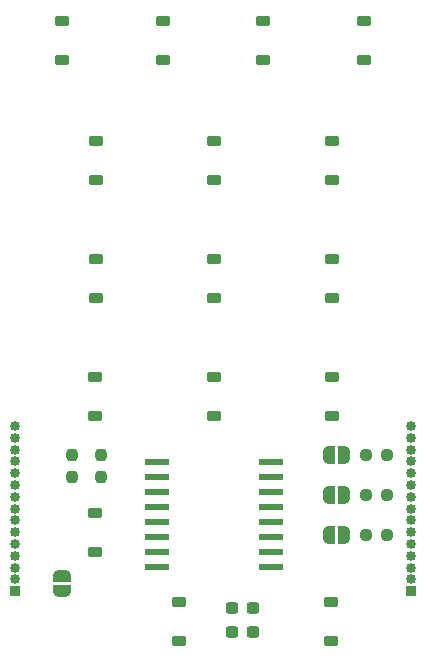
<source format=gbr>
%TF.GenerationSoftware,KiCad,Pcbnew,8.0.1*%
%TF.CreationDate,2024-03-29T18:46:23-05:00*%
%TF.ProjectId,TTWR Keypad,54545752-204b-4657-9970-61642e6b6963,V01*%
%TF.SameCoordinates,Original*%
%TF.FileFunction,Soldermask,Bot*%
%TF.FilePolarity,Negative*%
%FSLAX46Y46*%
G04 Gerber Fmt 4.6, Leading zero omitted, Abs format (unit mm)*
G04 Created by KiCad (PCBNEW 8.0.1) date 2024-03-29 18:46:23*
%MOMM*%
%LPD*%
G01*
G04 APERTURE LIST*
G04 Aperture macros list*
%AMRoundRect*
0 Rectangle with rounded corners*
0 $1 Rounding radius*
0 $2 $3 $4 $5 $6 $7 $8 $9 X,Y pos of 4 corners*
0 Add a 4 corners polygon primitive as box body*
4,1,4,$2,$3,$4,$5,$6,$7,$8,$9,$2,$3,0*
0 Add four circle primitives for the rounded corners*
1,1,$1+$1,$2,$3*
1,1,$1+$1,$4,$5*
1,1,$1+$1,$6,$7*
1,1,$1+$1,$8,$9*
0 Add four rect primitives between the rounded corners*
20,1,$1+$1,$2,$3,$4,$5,0*
20,1,$1+$1,$4,$5,$6,$7,0*
20,1,$1+$1,$6,$7,$8,$9,0*
20,1,$1+$1,$8,$9,$2,$3,0*%
%AMFreePoly0*
4,1,19,0.500000,-0.750000,0.000000,-0.750000,0.000000,-0.744911,-0.071157,-0.744911,-0.207708,-0.704816,-0.327430,-0.627875,-0.420627,-0.520320,-0.479746,-0.390866,-0.500000,-0.250000,-0.500000,0.250000,-0.479746,0.390866,-0.420627,0.520320,-0.327430,0.627875,-0.207708,0.704816,-0.071157,0.744911,0.000000,0.744911,0.000000,0.750000,0.500000,0.750000,0.500000,-0.750000,0.500000,-0.750000,
$1*%
%AMFreePoly1*
4,1,19,0.000000,0.744911,0.071157,0.744911,0.207708,0.704816,0.327430,0.627875,0.420627,0.520320,0.479746,0.390866,0.500000,0.250000,0.500000,-0.250000,0.479746,-0.390866,0.420627,-0.520320,0.327430,-0.627875,0.207708,-0.704816,0.071157,-0.744911,0.000000,-0.744911,0.000000,-0.750000,-0.500000,-0.750000,-0.500000,0.750000,0.000000,0.750000,0.000000,0.744911,0.000000,0.744911,
$1*%
G04 Aperture macros list end*
%ADD10FreePoly0,270.000000*%
%ADD11FreePoly1,270.000000*%
%ADD12RoundRect,0.237500X-0.300000X-0.237500X0.300000X-0.237500X0.300000X0.237500X-0.300000X0.237500X0*%
%ADD13RoundRect,0.225000X0.375000X-0.225000X0.375000X0.225000X-0.375000X0.225000X-0.375000X-0.225000X0*%
%ADD14FreePoly0,0.000000*%
%ADD15FreePoly1,0.000000*%
%ADD16RoundRect,0.225000X-0.375000X0.225000X-0.375000X-0.225000X0.375000X-0.225000X0.375000X0.225000X0*%
%ADD17RoundRect,0.237500X-0.237500X0.250000X-0.237500X-0.250000X0.237500X-0.250000X0.237500X0.250000X0*%
%ADD18RoundRect,0.237500X-0.250000X-0.237500X0.250000X-0.237500X0.250000X0.237500X-0.250000X0.237500X0*%
%ADD19R,0.850000X0.850000*%
%ADD20O,0.850000X0.850000*%
%ADD21R,2.082800X0.533400*%
G04 APERTURE END LIST*
D10*
%TO.C,JP4*%
X155000000Y-91675000D03*
D11*
X155000000Y-92975000D03*
%TD*%
D12*
%TO.C,C1*%
X169400000Y-94400000D03*
X171125000Y-94400000D03*
%TD*%
D13*
%TO.C,D2*%
X157809000Y-58150000D03*
X157809000Y-54850000D03*
%TD*%
%TO.C,D7*%
X167825000Y-68150000D03*
X167825000Y-64850000D03*
%TD*%
D14*
%TO.C,JP3*%
X177550000Y-88225000D03*
D15*
X178850000Y-88225000D03*
%TD*%
D16*
%TO.C,D15*%
X177850000Y-74844800D03*
X177850000Y-78144800D03*
%TD*%
D13*
%TO.C,D6*%
X167825000Y-58150000D03*
X167825000Y-54850000D03*
%TD*%
D14*
%TO.C,JP1*%
X177550000Y-81500000D03*
D15*
X178850000Y-81500000D03*
%TD*%
D12*
%TO.C,C2*%
X169387500Y-96450000D03*
X171112500Y-96450000D03*
%TD*%
D17*
%TO.C,R1*%
X158250000Y-81500000D03*
X158250000Y-83325000D03*
%TD*%
D13*
%TO.C,D16*%
X177750000Y-97200000D03*
X177750000Y-93900000D03*
%TD*%
D18*
%TO.C,R4*%
X180687500Y-84862500D03*
X182512500Y-84862500D03*
%TD*%
%TO.C,R5*%
X180687500Y-88225000D03*
X182512500Y-88225000D03*
%TD*%
D13*
%TO.C,D10*%
X177850000Y-58144800D03*
X177850000Y-54844800D03*
%TD*%
%TO.C,D9*%
X172000000Y-48000000D03*
X172000000Y-44700000D03*
%TD*%
%TO.C,D13*%
X180500000Y-48000000D03*
X180500000Y-44700000D03*
%TD*%
%TO.C,D1*%
X155000000Y-48000000D03*
X155000000Y-44700000D03*
%TD*%
%TO.C,D4*%
X157800000Y-78150000D03*
X157800000Y-74850000D03*
%TD*%
%TO.C,D3*%
X157809000Y-68150000D03*
X157809000Y-64850000D03*
%TD*%
D19*
%TO.C,J2*%
X151000000Y-93000000D03*
D20*
X151000000Y-92000000D03*
X151000000Y-91000000D03*
X151000000Y-90000000D03*
X151000000Y-89000000D03*
X151000000Y-88000000D03*
X151000000Y-87000000D03*
X151000000Y-86000000D03*
X151000000Y-85000000D03*
X151000000Y-84000000D03*
X151000000Y-83000000D03*
X151000000Y-82000000D03*
X151000000Y-81000000D03*
X151000000Y-80000000D03*
X151000000Y-79000000D03*
%TD*%
D19*
%TO.C,J1*%
X184500000Y-93000000D03*
D20*
X184500000Y-92000000D03*
X184500000Y-91000000D03*
X184500000Y-90000000D03*
X184500000Y-89000000D03*
X184500000Y-88000000D03*
X184500000Y-87000000D03*
X184500000Y-86000000D03*
X184500000Y-85000000D03*
X184500000Y-84000000D03*
X184500000Y-83000000D03*
X184500000Y-82000000D03*
X184500000Y-81000000D03*
X184500000Y-80000000D03*
X184500000Y-79000000D03*
%TD*%
D18*
%TO.C,R3*%
X180687500Y-81500000D03*
X182512500Y-81500000D03*
%TD*%
D17*
%TO.C,R2*%
X155775000Y-81500000D03*
X155775000Y-83325000D03*
%TD*%
D13*
%TO.C,D12*%
X164850000Y-97200000D03*
X164850000Y-93900000D03*
%TD*%
D14*
%TO.C,JP2*%
X177575000Y-84862500D03*
D15*
X178875000Y-84862500D03*
%TD*%
D13*
%TO.C,D5*%
X163500000Y-48000000D03*
X163500000Y-44700000D03*
%TD*%
D16*
%TO.C,D11*%
X167825000Y-74850000D03*
X167825000Y-78150000D03*
%TD*%
%TO.C,D8*%
X157775000Y-86375000D03*
X157775000Y-89675000D03*
%TD*%
D21*
%TO.C,U17*%
X172663700Y-82055000D03*
X172663700Y-83325000D03*
X172663700Y-84595000D03*
X172663700Y-85865000D03*
X172663700Y-87135000D03*
X172663700Y-88405000D03*
X172663700Y-89675000D03*
X172663700Y-90945000D03*
X162986300Y-90945000D03*
X162986300Y-89675000D03*
X162986300Y-88405000D03*
X162986300Y-87135000D03*
X162986300Y-85865000D03*
X162986300Y-84595000D03*
X162986300Y-83325000D03*
X162986300Y-82055000D03*
%TD*%
D16*
%TO.C,D14*%
X177850000Y-64844800D03*
X177850000Y-68144800D03*
%TD*%
M02*

</source>
